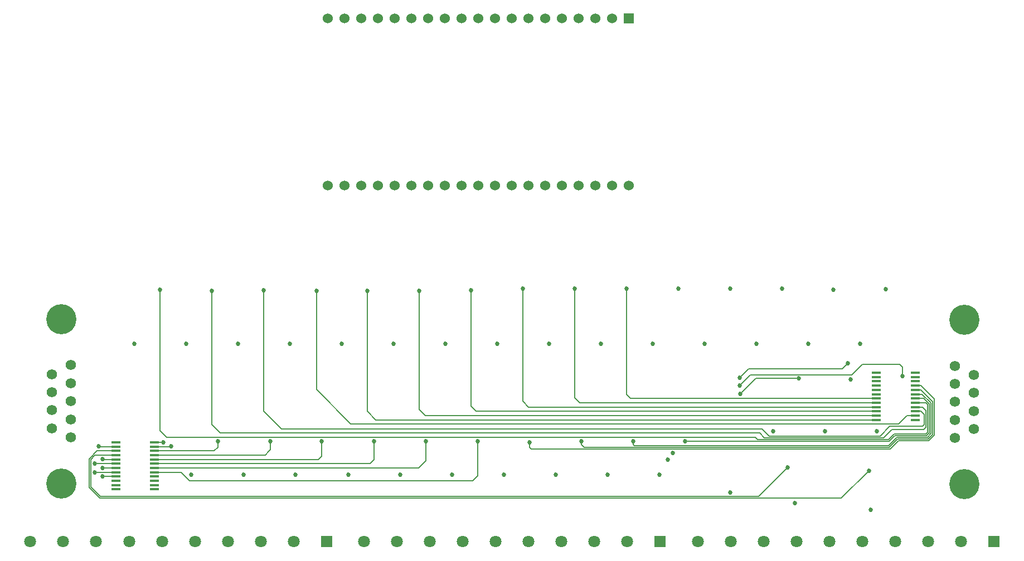
<source format=gbr>
%TF.GenerationSoftware,KiCad,Pcbnew,7.0.2-0*%
%TF.CreationDate,2023-04-24T01:17:18+03:00*%
%TF.ProjectId,PLC-CIM,504c432d-4349-44d2-9e6b-696361645f70,rev?*%
%TF.SameCoordinates,Original*%
%TF.FileFunction,Copper,L4,Bot*%
%TF.FilePolarity,Positive*%
%FSLAX46Y46*%
G04 Gerber Fmt 4.6, Leading zero omitted, Abs format (unit mm)*
G04 Created by KiCad (PCBNEW 7.0.2-0) date 2023-04-24 01:17:18*
%MOMM*%
%LPD*%
G01*
G04 APERTURE LIST*
%TA.AperFunction,ComponentPad*%
%ADD10C,4.575000*%
%TD*%
%TA.AperFunction,ComponentPad*%
%ADD11C,1.560000*%
%TD*%
%TA.AperFunction,ComponentPad*%
%ADD12R,1.800000X1.800000*%
%TD*%
%TA.AperFunction,ComponentPad*%
%ADD13C,1.800000*%
%TD*%
%TA.AperFunction,ComponentPad*%
%ADD14R,1.530000X1.530000*%
%TD*%
%TA.AperFunction,ComponentPad*%
%ADD15C,1.530000*%
%TD*%
%TA.AperFunction,SMDPad,CuDef*%
%ADD16R,1.475000X0.450000*%
%TD*%
%TA.AperFunction,ViaPad*%
%ADD17C,0.685800*%
%TD*%
%TA.AperFunction,Conductor*%
%ADD18C,0.127000*%
%TD*%
G04 APERTURE END LIST*
D10*
%TO.P,J8,MH2,MH2*%
%TO.N,GND*%
X79860000Y-90610000D03*
%TO.P,J8,MH1,MH1*%
X79860000Y-115600000D03*
D11*
%TO.P,J8,9,9*%
%TO.N,unconnected-(J8-Pad9)*%
X78440000Y-98995000D03*
%TO.P,J8,8,8*%
%TO.N,unconnected-(J8-Pad8)*%
X78440000Y-101735000D03*
%TO.P,J8,7,7*%
%TO.N,unconnected-(J8-Pad7)*%
X78440000Y-104475000D03*
%TO.P,J8,6,6*%
%TO.N,unconnected-(J8-Pad6)*%
X78440000Y-107215000D03*
%TO.P,J8,5,5*%
%TO.N,GND*%
X81280000Y-97625000D03*
%TO.P,J8,4,4*%
%TO.N,unconnected-(J8-Pad4)*%
X81280000Y-100365000D03*
%TO.P,J8,3,3*%
%TO.N,Net-(J10-Pin_2)*%
X81280000Y-103105000D03*
%TO.P,J8,2,2*%
%TO.N,Net-(J9-Pin_2)*%
X81280000Y-105845000D03*
%TO.P,J8,1,1*%
%TO.N,unconnected-(J8-Pad1)*%
X81280000Y-108585000D03*
%TD*%
D12*
%TO.P,J3,1,1*%
%TO.N,OUT_30*%
X120170000Y-124460000D03*
D13*
%TO.P,J3,2,2*%
%TO.N,OUT_29*%
X115170000Y-124460000D03*
%TO.P,J3,3,3*%
%TO.N,OUT_28*%
X110170000Y-124460000D03*
%TO.P,J3,4,4*%
%TO.N,OUT_27*%
X105170000Y-124460000D03*
%TO.P,J3,5,5*%
%TO.N,OUT_26*%
X100170000Y-124460000D03*
%TO.P,J3,6,6*%
%TO.N,OUT_25*%
X95170000Y-124460000D03*
%TO.P,J3,7,7*%
%TO.N,OUT_24*%
X90170000Y-124460000D03*
%TO.P,J3,8,8*%
%TO.N,OUT_23*%
X85170000Y-124460000D03*
%TO.P,J3,9,9*%
%TO.N,OUT_22*%
X80170000Y-124460000D03*
%TO.P,J3,10,10*%
%TO.N,OUT_21*%
X75170000Y-124460000D03*
%TD*%
D12*
%TO.P,J2,1,1*%
%TO.N,OUT_20*%
X170815000Y-124460000D03*
D13*
%TO.P,J2,2,2*%
%TO.N,OUT_19*%
X165815000Y-124460000D03*
%TO.P,J2,3,3*%
%TO.N,OUT_18*%
X160815000Y-124460000D03*
%TO.P,J2,4,4*%
%TO.N,OUT_17*%
X155815000Y-124460000D03*
%TO.P,J2,5,5*%
%TO.N,OUT_16*%
X150815000Y-124460000D03*
%TO.P,J2,6,6*%
%TO.N,OUT_15*%
X145815000Y-124460000D03*
%TO.P,J2,7,7*%
%TO.N,OUT_14*%
X140815000Y-124460000D03*
%TO.P,J2,8,8*%
%TO.N,OUT_13*%
X135815000Y-124460000D03*
%TO.P,J2,9,9*%
%TO.N,GPIO_12*%
X130815000Y-124460000D03*
%TO.P,J2,10,10*%
%TO.N,GPIO_11*%
X125815000Y-124460000D03*
%TD*%
D14*
%TO.P,U1,1,3V3*%
%TO.N,+3.3V*%
X166046800Y-44925700D03*
D15*
%TO.P,U1,2,EN*%
%TO.N,unconnected-(U1-EN-Pad2)*%
X163506800Y-44925700D03*
%TO.P,U1,3,SENSOR_VP*%
%TO.N,/I Block 1/I_ACT_1*%
X160966800Y-44925700D03*
%TO.P,U1,4,SENSOR_VN*%
%TO.N,/I Block 1/I_ACT_2*%
X158426800Y-44925700D03*
%TO.P,U1,5,IO34*%
%TO.N,/I Block 1/I_ACT_3*%
X155886800Y-44925700D03*
%TO.P,U1,6,IO35*%
%TO.N,/I Block 1/I_ACT_4*%
X153346800Y-44925700D03*
%TO.P,U1,7,IO32*%
%TO.N,/I Block 1/I_ACT_5*%
X150806800Y-44925700D03*
%TO.P,U1,8,IO33*%
%TO.N,/I Block 1/I_ACT_6*%
X148266800Y-44925700D03*
%TO.P,U1,9,IO25*%
%TO.N,/I Block 2/I_ACT_1*%
X145726800Y-44925700D03*
%TO.P,U1,10,IO26*%
%TO.N,/I Block 2/I_ACT_2*%
X143186800Y-44925700D03*
%TO.P,U1,11,IO27*%
%TO.N,/I Block 2/I_ACT_3*%
X140646800Y-44925700D03*
%TO.P,U1,12,IO14*%
%TO.N,/I Block 2/I_ACT_4*%
X138106800Y-44925700D03*
%TO.P,U1,13,IO12*%
%TO.N,/I Block 2/I_ACT_5*%
X135566800Y-44925700D03*
%TO.P,U1,14,GND1*%
%TO.N,GND*%
X133026800Y-44925700D03*
%TO.P,U1,15,IO13*%
%TO.N,/I Block 2/I_ACT_6*%
X130486800Y-44925700D03*
%TO.P,U1,16,SD2*%
%TO.N,unconnected-(U1-SD2-Pad16)*%
X127946800Y-44925700D03*
%TO.P,U1,17,SD3*%
%TO.N,unconnected-(U1-SD3-Pad17)*%
X125406800Y-44925700D03*
%TO.P,U1,18,CMD*%
%TO.N,unconnected-(U1-CMD-Pad18)*%
X122866800Y-44925700D03*
%TO.P,U1,19,EXT_5V*%
%TO.N,unconnected-(U1-EXT_5V-Pad19)*%
X120326800Y-44925700D03*
%TO.P,U1,20,CLK*%
%TO.N,unconnected-(U1-CLK-Pad20)*%
X120326800Y-70325700D03*
%TO.P,U1,21,SD0*%
%TO.N,unconnected-(U1-SD0-Pad21)*%
X122866800Y-70325700D03*
%TO.P,U1,22,SD1*%
%TO.N,unconnected-(U1-SD1-Pad22)*%
X125406800Y-70325700D03*
%TO.P,U1,23,IO15*%
%TO.N,FORCEON*%
X127946800Y-70325700D03*
%TO.P,U1,24,IO2*%
%TO.N,CAN_RX*%
X130486800Y-70325700D03*
%TO.P,U1,25,IO0*%
%TO.N,CAN_TX*%
X133026800Y-70325700D03*
%TO.P,U1,26,IO4*%
%TO.N,CAN_FAULT*%
X135566800Y-70325700D03*
%TO.P,U1,27,IO16*%
%TO.N,RX1*%
X138106800Y-70325700D03*
%TO.P,U1,28,IO17*%
%TO.N,TX1*%
X140646800Y-70325700D03*
%TO.P,U1,29,IO5*%
%TO.N,FORCEOFF*%
X143186800Y-70325700D03*
%TO.P,U1,30,IO18*%
%TO.N,ADR_2*%
X145726800Y-70325700D03*
%TO.P,U1,31,IO19*%
%TO.N,ADR_1*%
X148266800Y-70325700D03*
%TO.P,U1,32,GND2*%
%TO.N,GND*%
X150806800Y-70325700D03*
%TO.P,U1,33,IO21*%
%TO.N,SDA*%
X153346800Y-70325700D03*
%TO.P,U1,34,RXD0*%
%TO.N,RX0*%
X155886800Y-70325700D03*
%TO.P,U1,35,TXD0*%
%TO.N,TX0*%
X158426800Y-70325700D03*
%TO.P,U1,36,IO22*%
%TO.N,SCL*%
X160966800Y-70325700D03*
%TO.P,U1,37,IO23*%
%TO.N,RS232_STATUS*%
X163506800Y-70325700D03*
%TO.P,U1,38,GND3*%
%TO.N,GND*%
X166046800Y-70325700D03*
%TD*%
D11*
%TO.P,J13,1,1*%
%TO.N,GND*%
X215600000Y-97725000D03*
%TO.P,J13,2,2*%
%TO.N,unconnected-(J13-Pad2)*%
X215600000Y-100465000D03*
%TO.P,J13,3,3*%
%TO.N,Net-(J14-Pin_2)*%
X215600000Y-103205000D03*
%TO.P,J13,4,4*%
%TO.N,unconnected-(J13-Pad4)*%
X215600000Y-105945000D03*
%TO.P,J13,5,5*%
%TO.N,unconnected-(J13-Pad5)*%
X215600000Y-108685000D03*
%TO.P,J13,6,6*%
%TO.N,Net-(J16-Pin_1)*%
X218440000Y-99095000D03*
%TO.P,J13,7,7*%
%TO.N,Net-(J17-Pin_1)*%
X218440000Y-101835000D03*
%TO.P,J13,8,8*%
%TO.N,Net-(J15-Pin_2)*%
X218440000Y-104575000D03*
%TO.P,J13,9,9*%
%TO.N,unconnected-(J13-Pad9)*%
X218440000Y-107315000D03*
D10*
%TO.P,J13,MH1,MH1*%
%TO.N,GND*%
X217020000Y-90710000D03*
%TO.P,J13,MH2,MH2*%
X217020000Y-115700000D03*
%TD*%
D12*
%TO.P,J1,1,1*%
%TO.N,GPIO_10*%
X221535000Y-124460000D03*
D13*
%TO.P,J1,2,2*%
%TO.N,GPIO_9*%
X216535000Y-124460000D03*
%TO.P,J1,3,3*%
%TO.N,GPIO_8*%
X211535000Y-124460000D03*
%TO.P,J1,4,4*%
%TO.N,GPIO_7*%
X206535000Y-124460000D03*
%TO.P,J1,5,5*%
%TO.N,GPIO_6*%
X201535000Y-124460000D03*
%TO.P,J1,6,6*%
%TO.N,GPIO_5*%
X196535000Y-124460000D03*
%TO.P,J1,7,7*%
%TO.N,GPIO_4*%
X191535000Y-124460000D03*
%TO.P,J1,8,8*%
%TO.N,GPIO_3*%
X186535000Y-124460000D03*
%TO.P,J1,9,9*%
%TO.N,GPIO_2*%
X181535000Y-124460000D03*
%TO.P,J1,10,10*%
%TO.N,GPIO_1*%
X176535000Y-124460000D03*
%TD*%
D16*
%TO.P,IC46,1,~{INT}*%
%TO.N,+3.3V*%
X209550000Y-98783000D03*
%TO.P,IC46,2,A1*%
X209550000Y-99433000D03*
%TO.P,IC46,3,A2*%
X209550000Y-100083000D03*
%TO.P,IC46,4,I/O0_0*%
%TO.N,/O Block 3/O_ACT_5*%
X209550000Y-100733000D03*
%TO.P,IC46,5,I/O0_1*%
%TO.N,/O Block 3/O_ACT_6*%
X209550000Y-101383000D03*
%TO.P,IC46,6,I/O0_2*%
%TO.N,/O Block 4/O_ACT_1*%
X209550000Y-102033000D03*
%TO.P,IC46,7,I/O0_3*%
%TO.N,/O Block 4/O_ACT_2*%
X209550000Y-102683000D03*
%TO.P,IC46,8,I/O0_4*%
%TO.N,/O Block 4/O_ACT_3*%
X209550000Y-103333000D03*
%TO.P,IC46,9,I/O0_5*%
%TO.N,/O Block 4/O_ACT_4*%
X209550000Y-103983000D03*
%TO.P,IC46,10,I/O0_6*%
%TO.N,/O Block 4/O_ACT_5*%
X209550000Y-104633000D03*
%TO.P,IC46,11,I/O0_7*%
%TO.N,/O Block 4/O_ACT_6*%
X209550000Y-105283000D03*
%TO.P,IC46,12,VSS*%
%TO.N,GND*%
X209550000Y-105933000D03*
%TO.P,IC46,13,I/O1_0*%
%TO.N,/O Block 5/O_ACT_1*%
X203674000Y-105933000D03*
%TO.P,IC46,14,I/O1_1*%
%TO.N,/O Block 5/O_ACT_2*%
X203674000Y-105283000D03*
%TO.P,IC46,15,I/O1_2*%
%TO.N,/O Block 5/O_ACT_3*%
X203674000Y-104633000D03*
%TO.P,IC46,16,I/O1_3*%
%TO.N,/O Block 5/O_ACT_4*%
X203674000Y-103983000D03*
%TO.P,IC46,17,I/O1_4*%
%TO.N,/O Block 5/O_ACT_5*%
X203674000Y-103333000D03*
%TO.P,IC46,18,I/O1_5*%
%TO.N,/O Block 5/O_ACT_6*%
X203674000Y-102683000D03*
%TO.P,IC46,19,I/O1_6*%
%TO.N,/Remote IO Block 2/IO_BLOCK_1_6*%
X203674000Y-102033000D03*
%TO.P,IC46,20,I/O1_7*%
%TO.N,/Remote IO Block 2/IO_BLOCK_1_7*%
X203674000Y-101383000D03*
%TO.P,IC46,21,A0*%
%TO.N,ADR_2*%
X203674000Y-100733000D03*
%TO.P,IC46,22,SCL*%
%TO.N,SCL*%
X203674000Y-100083000D03*
%TO.P,IC46,23,SDA*%
%TO.N,SDA*%
X203674000Y-99433000D03*
%TO.P,IC46,24,VDD*%
%TO.N,+3.3V*%
X203674000Y-98783000D03*
%TD*%
%TO.P,IC44,1,~{INT}*%
%TO.N,+3.3V*%
X88138000Y-116497000D03*
%TO.P,IC44,2,A1*%
X88138000Y-115847000D03*
%TO.P,IC44,3,A2*%
X88138000Y-115197000D03*
%TO.P,IC44,4,I/O0_0*%
%TO.N,/O Block 1/O_ACT_1*%
X88138000Y-114547000D03*
%TO.P,IC44,5,I/O0_1*%
%TO.N,/O Block 1/O_ACT_2*%
X88138000Y-113897000D03*
%TO.P,IC44,6,I/O0_2*%
%TO.N,/O Block 1/O_ACT_3*%
X88138000Y-113247000D03*
%TO.P,IC44,7,I/O0_3*%
%TO.N,/O Block 1/O_ACT_4*%
X88138000Y-112597000D03*
%TO.P,IC44,8,I/O0_4*%
%TO.N,/O Block 1/O_ACT_5*%
X88138000Y-111947000D03*
%TO.P,IC44,9,I/O0_5*%
%TO.N,/O Block 1/O_ACT_6*%
X88138000Y-111297000D03*
%TO.P,IC44,10,I/O0_6*%
%TO.N,/O Block 2/O_ACT_1*%
X88138000Y-110647000D03*
%TO.P,IC44,11,I/O0_7*%
%TO.N,/O Block 2/O_ACT_2*%
X88138000Y-109997000D03*
%TO.P,IC44,12,VSS*%
%TO.N,GND*%
X88138000Y-109347000D03*
%TO.P,IC44,13,I/O1_0*%
%TO.N,/O Block 2/O_ACT_3*%
X94014000Y-109347000D03*
%TO.P,IC44,14,I/O1_1*%
%TO.N,/O Block 2/O_ACT_4*%
X94014000Y-109997000D03*
%TO.P,IC44,15,I/O1_2*%
%TO.N,/O Block 2/O_ACT_5*%
X94014000Y-110647000D03*
%TO.P,IC44,16,I/O1_3*%
%TO.N,/O Block 2/O_ACT_6*%
X94014000Y-111297000D03*
%TO.P,IC44,17,I/O1_4*%
%TO.N,/O Block 3/O_ACT_1*%
X94014000Y-111947000D03*
%TO.P,IC44,18,I/O1_5*%
%TO.N,/O Block 3/O_ACT_2*%
X94014000Y-112597000D03*
%TO.P,IC44,19,I/O1_6*%
%TO.N,/O Block 3/O_ACT_3*%
X94014000Y-113247000D03*
%TO.P,IC44,20,I/O1_7*%
%TO.N,/O Block 3/O_ACT_4*%
X94014000Y-113897000D03*
%TO.P,IC44,21,A0*%
%TO.N,ADR_1*%
X94014000Y-114547000D03*
%TO.P,IC44,22,SCL*%
%TO.N,SCL*%
X94014000Y-115197000D03*
%TO.P,IC44,23,SDA*%
%TO.N,SDA*%
X94014000Y-115847000D03*
%TO.P,IC44,24,VDD*%
%TO.N,+3.3V*%
X94014000Y-116497000D03*
%TD*%
D17*
%TO.N,/O Block 1/O_ACT_5*%
X205130400Y-86055200D03*
%TO.N,/O Block 1/O_ACT_4*%
X197154800Y-86156800D03*
%TO.N,/O Block 1/O_ACT_3*%
X189382400Y-85953600D03*
%TO.N,/O Block 1/O_ACT_2*%
X181457600Y-86004400D03*
%TO.N,/O Block 1/O_ACT_1*%
X173634400Y-86004400D03*
%TO.N,/O Block 5/O_ACT_6*%
X165760400Y-85953600D03*
%TO.N,/O Block 5/O_ACT_5*%
X157886400Y-85953600D03*
%TO.N,/O Block 5/O_ACT_4*%
X150012400Y-85953600D03*
%TO.N,/O Block 5/O_ACT_3*%
X142138400Y-86258400D03*
%TO.N,/O Block 5/O_ACT_2*%
X134264400Y-86309200D03*
%TO.N,/O Block 5/O_ACT_1*%
X126390400Y-86309200D03*
%TO.N,/O Block 4/O_ACT_6*%
X118618000Y-86309200D03*
%TO.N,/O Block 4/O_ACT_5*%
X110642400Y-86207600D03*
%TO.N,/O Block 4/O_ACT_4*%
X102768400Y-86309200D03*
%TO.N,/O Block 4/O_ACT_3*%
X94869000Y-86182200D03*
%TO.N,/O Block 2/O_ACT_3*%
X199796400Y-99771200D03*
X199339200Y-97332800D03*
X182880000Y-99568000D03*
X172720000Y-110998000D03*
%TO.N,/O Block 2/O_ACT_4*%
X207670400Y-99263200D03*
X182930800Y-100685600D03*
X172008800Y-111963200D03*
%TO.N,/O Block 2/O_ACT_3*%
X95402400Y-109372400D03*
%TO.N,/O Block 2/O_ACT_4*%
X96520000Y-109982000D03*
%TO.N,/O Block 2/O_ACT_2*%
X191922400Y-99618800D03*
X182981600Y-102006400D03*
X181457600Y-116941600D03*
X85547200Y-109982000D03*
%TO.N,/O Block 2/O_ACT_1*%
X202590400Y-113639600D03*
%TO.N,/O Block 1/O_ACT_6*%
X190195200Y-113182400D03*
%TO.N,/O Block 1/O_ACT_5*%
X86156800Y-111912400D03*
%TO.N,/O Block 1/O_ACT_4*%
X84988400Y-112572800D03*
%TO.N,/O Block 1/O_ACT_3*%
X86106000Y-113233200D03*
%TO.N,/O Block 1/O_ACT_2*%
X84963000Y-113919000D03*
%TO.N,/O Block 1/O_ACT_1*%
X86106000Y-114554000D03*
%TO.N,/O Block 3/O_ACT_4*%
X143129000Y-109220000D03*
%TO.N,/O Block 3/O_ACT_3*%
X135255000Y-109220000D03*
%TO.N,/O Block 3/O_ACT_2*%
X127381000Y-109220000D03*
%TO.N,/O Block 3/O_ACT_1*%
X119380000Y-109220000D03*
%TO.N,/O Block 2/O_ACT_6*%
X111633000Y-109220000D03*
%TO.N,/O Block 2/O_ACT_5*%
X103632000Y-109220000D03*
%TO.N,/O Block 3/O_ACT_5*%
X151003000Y-109347000D03*
%TO.N,/O Block 3/O_ACT_6*%
X158877000Y-109220000D03*
%TO.N,/O Block 4/O_ACT_1*%
X166751000Y-109220000D03*
%TO.N,/O Block 4/O_ACT_2*%
X174625000Y-109220000D03*
%TO.N,+24V*%
X90932000Y-94361000D03*
X191262000Y-118618000D03*
X202819000Y-119634000D03*
X203708000Y-107696000D03*
X195834000Y-107696000D03*
X187960000Y-107696000D03*
X201168000Y-94361000D03*
X193294000Y-94361000D03*
X185420000Y-94361000D03*
X177546000Y-94361000D03*
X169672000Y-94361000D03*
X161798000Y-94361000D03*
X153924000Y-94361000D03*
X146050000Y-94361000D03*
X138176000Y-94361000D03*
X130302000Y-94361000D03*
X122428000Y-94361000D03*
X114554000Y-94361000D03*
X106680000Y-94361000D03*
X98806000Y-94361000D03*
X170688000Y-114300000D03*
X162814000Y-114300000D03*
X154940000Y-114300000D03*
X147066000Y-114300000D03*
X139192000Y-114300000D03*
X131318000Y-114300000D03*
X123444000Y-114300000D03*
X115443000Y-114300000D03*
X107569000Y-114300000D03*
X99568000Y-114300000D03*
%TD*%
D18*
%TO.N,/O Block 5/O_ACT_6*%
X165760400Y-85953600D02*
X165735000Y-85979000D01*
%TO.N,/O Block 5/O_ACT_5*%
X157886400Y-85953600D02*
X157861000Y-85979000D01*
%TO.N,/O Block 5/O_ACT_4*%
X150012400Y-85953600D02*
X149987000Y-85979000D01*
%TO.N,/O Block 5/O_ACT_3*%
X142138400Y-86258400D02*
X142113000Y-86233000D01*
%TO.N,/O Block 5/O_ACT_2*%
X134264400Y-86309200D02*
X134239000Y-86360000D01*
%TO.N,/O Block 5/O_ACT_1*%
X126390400Y-86309200D02*
X126365000Y-86360000D01*
%TO.N,/O Block 4/O_ACT_6*%
X118618000Y-86309200D02*
X118618000Y-86360000D01*
%TO.N,/O Block 4/O_ACT_5*%
X110642400Y-86207600D02*
X110617000Y-86360000D01*
%TO.N,/O Block 4/O_ACT_4*%
X102768400Y-86309200D02*
X102743000Y-86360000D01*
%TO.N,/O Block 4/O_ACT_3*%
X94869000Y-86182200D02*
X94869000Y-86360000D01*
X94869000Y-86182200D02*
X94869000Y-107569000D01*
X94869000Y-107569000D02*
X95885000Y-108585000D01*
X95885000Y-108585000D02*
X185293000Y-108585000D01*
X185293000Y-108585000D02*
X185668400Y-108960400D01*
X185668400Y-108960400D02*
X205491600Y-108960400D01*
X205491600Y-108960400D02*
X206375000Y-108077000D01*
X206375000Y-108077000D02*
X211201000Y-108077000D01*
X211201000Y-108077000D02*
X211455000Y-107823000D01*
X211455000Y-107823000D02*
X211455000Y-103632000D01*
X211455000Y-103632000D02*
X211156000Y-103333000D01*
X211156000Y-103333000D02*
X209550000Y-103333000D01*
%TO.N,/O Block 2/O_ACT_3*%
X198526400Y-98145600D02*
X199339200Y-97332800D01*
X198424800Y-98145600D02*
X198526400Y-98145600D01*
X182880000Y-99568000D02*
X184302400Y-98145600D01*
X184302400Y-98145600D02*
X198424800Y-98145600D01*
%TO.N,/O Block 2/O_ACT_4*%
X207670400Y-99263200D02*
X207670400Y-99314000D01*
X201574400Y-97485200D02*
X205841600Y-97485200D01*
X200761600Y-98298000D02*
X201574400Y-97485200D01*
X207670400Y-97942400D02*
X207670400Y-99263200D01*
X205841600Y-97485200D02*
X207213200Y-97485200D01*
X182930800Y-100685600D02*
X184531000Y-99085400D01*
X184531000Y-99085400D02*
X199974200Y-99085400D01*
X199974200Y-99085400D02*
X200761600Y-98298000D01*
X207213200Y-97485200D02*
X207670400Y-97942400D01*
%TO.N,/O Block 2/O_ACT_2*%
X182981600Y-102006400D02*
X185369200Y-99618800D01*
X185369200Y-99618800D02*
X191922400Y-99618800D01*
%TO.N,/O Block 2/O_ACT_3*%
X95427800Y-109347000D02*
X95478600Y-109347000D01*
X95402400Y-109372400D02*
X95427800Y-109347000D01*
X95377000Y-109347000D02*
X95402400Y-109372400D01*
X95478600Y-109347000D02*
X95504000Y-109372400D01*
X94014000Y-109347000D02*
X95377000Y-109347000D01*
%TO.N,/O Block 2/O_ACT_4*%
X96505000Y-109997000D02*
X96520000Y-109982000D01*
X94014000Y-109997000D02*
X96505000Y-109997000D01*
%TO.N,/O Block 2/O_ACT_2*%
X85560780Y-109997000D02*
X85575780Y-109997000D01*
X85547200Y-109982000D02*
X85560780Y-109997000D01*
X85590780Y-109997000D02*
X85547200Y-109982000D01*
X88138000Y-109997000D02*
X85590780Y-109997000D01*
%TO.N,/O Block 2/O_ACT_1*%
X202590400Y-113588800D02*
X202539600Y-113639600D01*
X202590400Y-113639600D02*
X202590400Y-113588800D01*
X202539600Y-113639600D02*
X202590400Y-113639600D01*
X86461600Y-117856000D02*
X198323200Y-117856000D01*
X86156800Y-110642400D02*
X85289590Y-110642400D01*
X84074000Y-116234010D02*
X85695990Y-117856000D01*
X84074000Y-111912400D02*
X84074000Y-116234010D01*
X84074000Y-111857990D02*
X84074000Y-111912400D01*
X85289590Y-110642400D02*
X84074000Y-111857990D01*
X198323200Y-117856000D02*
X202539600Y-113639600D01*
X85695990Y-117856000D02*
X86461600Y-117856000D01*
%TO.N,/O Block 1/O_ACT_6*%
X88138000Y-111297000D02*
X84994200Y-111297000D01*
X85801200Y-117602000D02*
X185775600Y-117602000D01*
X84994200Y-111297000D02*
X84328000Y-111963200D01*
X84328000Y-111963200D02*
X84328000Y-116128800D01*
X84328000Y-116128800D02*
X85801200Y-117602000D01*
X185775600Y-117602000D02*
X190195200Y-113182400D01*
%TO.N,/O Block 2/O_ACT_1*%
X86156800Y-110642400D02*
X86161400Y-110647000D01*
X88138000Y-110647000D02*
X86156800Y-110642400D01*
%TO.N,/O Block 1/O_ACT_5*%
X86191400Y-111947000D02*
X86156800Y-111912400D01*
X88138000Y-111947000D02*
X86191400Y-111947000D01*
%TO.N,/O Block 1/O_ACT_4*%
X88138000Y-112597000D02*
X85012600Y-112597000D01*
%TO.N,/O Block 1/O_ACT_3*%
X86129200Y-113247000D02*
X86143000Y-113247000D01*
X86106000Y-113233200D02*
X86129200Y-113247000D01*
X86156800Y-113247000D02*
X86106000Y-113233200D01*
X88138000Y-113247000D02*
X86156800Y-113247000D01*
%TO.N,/O Block 1/O_ACT_2*%
X84963000Y-113919000D02*
X84985000Y-113897000D01*
X88138000Y-113897000D02*
X84963000Y-113919000D01*
%TO.N,/O Block 1/O_ACT_1*%
X86113000Y-114547000D02*
X86106000Y-114554000D01*
X88138000Y-114547000D02*
X86113000Y-114547000D01*
%TO.N,/O Block 3/O_ACT_4*%
X143129000Y-109220000D02*
X143129000Y-114427000D01*
X143129000Y-114427000D02*
X142367000Y-115189000D01*
X142367000Y-115189000D02*
X99387288Y-115189000D01*
X99387288Y-115189000D02*
X98095288Y-113897000D01*
X98095288Y-113897000D02*
X94014000Y-113897000D01*
%TO.N,/O Block 3/O_ACT_3*%
X94014000Y-113247000D02*
X134149000Y-113247000D01*
X134149000Y-113247000D02*
X135255000Y-112141000D01*
X135255000Y-112141000D02*
X135255000Y-109220000D01*
%TO.N,/O Block 3/O_ACT_2*%
X94014000Y-112597000D02*
X126798000Y-112597000D01*
X127381000Y-112014000D02*
X127381000Y-109220000D01*
X126798000Y-112597000D02*
X127381000Y-112014000D01*
%TO.N,/O Block 3/O_ACT_1*%
X119380000Y-109220000D02*
X119380000Y-109093000D01*
X119380000Y-111506000D02*
X119380000Y-109220000D01*
X94014000Y-111947000D02*
X118939000Y-111947000D01*
X118939000Y-111947000D02*
X119380000Y-111506000D01*
%TO.N,/O Block 2/O_ACT_6*%
X111379000Y-110744000D02*
X111633000Y-110490000D01*
X94014000Y-111297000D02*
X110826000Y-111297000D01*
X111633000Y-110490000D02*
X111633000Y-109220000D01*
X110826000Y-111297000D02*
X111379000Y-110744000D01*
%TO.N,/O Block 2/O_ACT_5*%
X103632000Y-109220000D02*
X103632000Y-109093000D01*
X103632000Y-110109000D02*
X103632000Y-109220000D01*
X94014000Y-110647000D02*
X103094000Y-110647000D01*
X103094000Y-110647000D02*
X103632000Y-110109000D01*
%TO.N,/O Block 3/O_ACT_5*%
X151003000Y-110109000D02*
X151003000Y-109347000D01*
X212471000Y-108243840D02*
X211665420Y-109049420D01*
X209550000Y-100733000D02*
X210414500Y-100733000D01*
X205740000Y-110363000D02*
X205359000Y-110363000D01*
X210414500Y-100733000D02*
X212471000Y-102789500D01*
X211621840Y-109093000D02*
X207010000Y-109093000D01*
X211665420Y-109049420D02*
X211621840Y-109093000D01*
X212471000Y-102789500D02*
X212471000Y-108077000D01*
X207010000Y-109093000D02*
X205740000Y-110363000D01*
X212471000Y-108077000D02*
X212471000Y-108243840D01*
X205359000Y-110363000D02*
X151257000Y-110363000D01*
X151257000Y-110363000D02*
X151003000Y-110109000D01*
%TO.N,/O Block 3/O_ACT_6*%
X212217000Y-108138630D02*
X211516630Y-108839000D01*
X210414500Y-101383000D02*
X212217000Y-103185500D01*
X159258000Y-110109000D02*
X158877000Y-109728000D01*
X211516630Y-108839000D02*
X206883000Y-108839000D01*
X209550000Y-101383000D02*
X210414500Y-101383000D01*
X212217000Y-103185500D02*
X212217000Y-108138630D01*
X206883000Y-108839000D02*
X205613000Y-110109000D01*
X205613000Y-110109000D02*
X159258000Y-110109000D01*
X158877000Y-109728000D02*
X158877000Y-109220000D01*
%TO.N,/O Block 4/O_ACT_1*%
X209550000Y-102033000D02*
X210618000Y-102033000D01*
X211963000Y-103378000D02*
X211963000Y-108033420D01*
X211963000Y-108033420D02*
X211411420Y-108585000D01*
X211411420Y-108585000D02*
X206756000Y-108585000D01*
X210618000Y-102033000D02*
X211963000Y-103378000D01*
X206756000Y-108585000D02*
X205486000Y-109855000D01*
X166751000Y-109728000D02*
X166751000Y-109220000D01*
X205486000Y-109855000D02*
X166878000Y-109855000D01*
X166878000Y-109855000D02*
X166751000Y-109728000D01*
X166751000Y-109220000D02*
X166751000Y-109347000D01*
%TO.N,/O Block 4/O_ACT_2*%
X174625000Y-109220000D02*
X185557590Y-109220000D01*
X205596810Y-109214400D02*
X206480210Y-108331000D01*
X185557590Y-109220000D02*
X185563190Y-109214400D01*
X185563190Y-109214400D02*
X205596810Y-109214400D01*
X206480210Y-108331000D02*
X211306210Y-108331000D01*
X211306210Y-108331000D02*
X211709000Y-107928210D01*
X211709000Y-107928210D02*
X211709000Y-103526790D01*
X211709000Y-103526790D02*
X210865210Y-102683000D01*
X210865210Y-102683000D02*
X209550000Y-102683000D01*
%TO.N,/O Block 4/O_ACT_4*%
X209550000Y-103983000D02*
X210663000Y-103983000D01*
X210820000Y-107442000D02*
X205994000Y-107442000D01*
X210663000Y-103983000D02*
X211201000Y-104521000D01*
X211201000Y-104521000D02*
X211201000Y-107061000D01*
X211201000Y-107061000D02*
X210820000Y-107442000D01*
X205994000Y-107442000D02*
X204729600Y-108706400D01*
X204729600Y-108706400D02*
X186684400Y-108706400D01*
X186684400Y-108706400D02*
X185928000Y-107950000D01*
X185928000Y-107950000D02*
X104013000Y-107950000D01*
X104013000Y-107950000D02*
X102743000Y-106680000D01*
X102743000Y-106680000D02*
X102768400Y-86309200D01*
%TO.N,/O Block 4/O_ACT_5*%
X209550000Y-104633000D02*
X210414500Y-104633000D01*
X204221600Y-108452400D02*
X187446400Y-108452400D01*
X210687400Y-106939600D02*
X205734400Y-106939600D01*
X113284000Y-107315000D02*
X110617000Y-104648000D01*
X110617000Y-104648000D02*
X110642400Y-86207600D01*
X210414500Y-104633000D02*
X210947000Y-105165500D01*
X186309000Y-107315000D02*
X113284000Y-107315000D01*
X210947000Y-105165500D02*
X210947000Y-106680000D01*
X210947000Y-106680000D02*
X210687400Y-106939600D01*
X205734400Y-106939600D02*
X204221600Y-108452400D01*
X187446400Y-108452400D02*
X186309000Y-107315000D01*
%TO.N,/O Block 4/O_ACT_6*%
X118618000Y-101346000D02*
X118618000Y-86309200D01*
X123825000Y-106553000D02*
X118618000Y-101346000D01*
X200406000Y-106553000D02*
X123825000Y-106553000D01*
X209550000Y-105283000D02*
X208280000Y-105283000D01*
X208280000Y-105283000D02*
X207010000Y-106553000D01*
X207010000Y-106553000D02*
X200406000Y-106553000D01*
%TO.N,/O Block 5/O_ACT_6*%
X165735000Y-102108000D02*
X165760400Y-85953600D01*
X203674000Y-102683000D02*
X166310000Y-102683000D01*
X166310000Y-102683000D02*
X165735000Y-102108000D01*
%TO.N,/O Block 5/O_ACT_5*%
X157861000Y-102616000D02*
X157886400Y-85953600D01*
X203674000Y-103333000D02*
X158578000Y-103333000D01*
X158578000Y-103333000D02*
X157861000Y-102616000D01*
%TO.N,/O Block 5/O_ACT_4*%
X149987000Y-103124000D02*
X150012400Y-85953600D01*
X203674000Y-103983000D02*
X150846000Y-103983000D01*
X150846000Y-103983000D02*
X149987000Y-103124000D01*
%TO.N,/O Block 5/O_ACT_3*%
X203674000Y-104633000D02*
X142860000Y-104633000D01*
X142113000Y-103886000D02*
X142138400Y-86258400D01*
X142860000Y-104633000D02*
X142113000Y-103886000D01*
%TO.N,/O Block 5/O_ACT_2*%
X134239000Y-86868000D02*
X134264400Y-86309200D01*
X134239000Y-104394000D02*
X134239000Y-86868000D01*
X134239000Y-86868000D02*
X134239000Y-86741000D01*
X203674000Y-105283000D02*
X135128000Y-105283000D01*
X135128000Y-105283000D02*
X134239000Y-104394000D01*
%TO.N,/O Block 5/O_ACT_1*%
X203674000Y-105933000D02*
X127650000Y-105933000D01*
X127650000Y-105933000D02*
X126365000Y-104648000D01*
X126365000Y-104648000D02*
X126390400Y-86309200D01*
%TD*%
M02*

</source>
